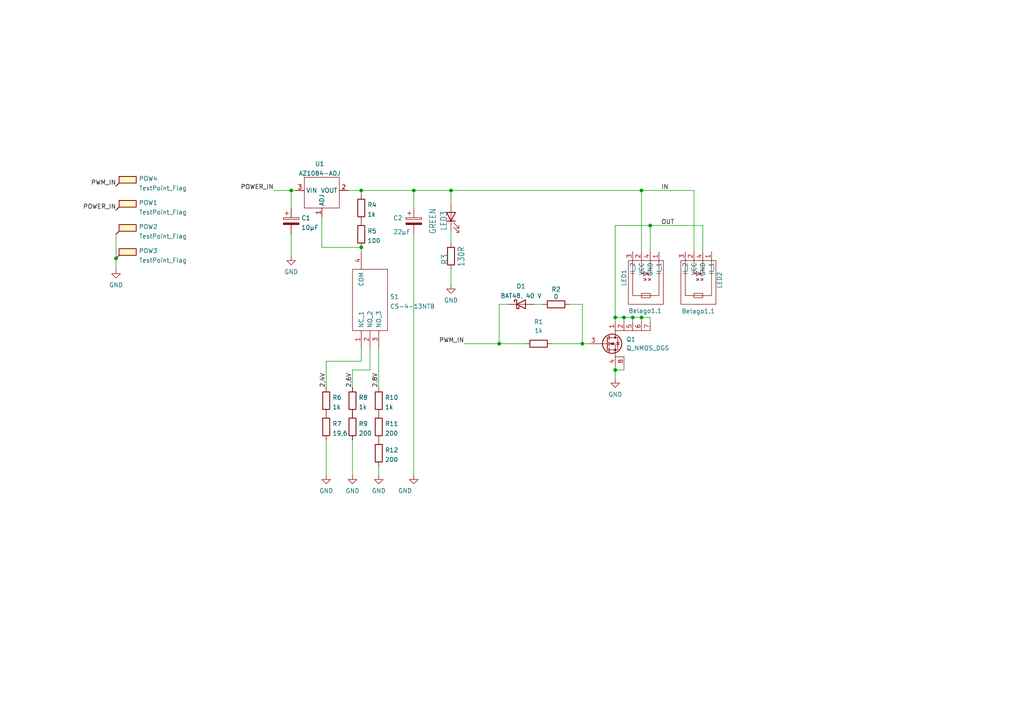
<source format=kicad_sch>
(kicad_sch (version 20210621) (generator eeschema)
  (paper "A4")
  (lib_symbols
    (symbol "AZ1084-ADJ:AZ1084-ADJ"
      (property "Reference" "U?" (at 0 6.985 0))
      (property "Value" "AZ1084-ADJ" (at 0 5.08 0))
      (symbol "AZ1084-ADJ_0_1"
        (polyline (pts (xy -5.08 3.81) (xy -5.08 0)) (stroke (width 0.1524)))
        (polyline (pts (xy -5.08 0) (xy -5.08 -5.08) (xy 5.08 -5.08) (xy 5.08 3.81) (xy -5.08 3.81)) (stroke (width 0.1524)))
      )
      (symbol "AZ1084-ADJ_1_1"
        (pin input line (at 0 -7.62 90) (length 2.54) (name "ADJ") (number "1"))
        (pin output line (at 7.62 0 180) (length 2.54) (name "VOUT") (number "2"))
        (pin input line (at -7.62 0 0) (length 2.54) (name "VIN") (number "3"))
      )
    )
    (symbol "Belago1.1:Belago1.1"
      (property "Reference" "LED?" (at 0 6.985 0))
      (property "Value" "Belago1.1" (at 10.795 0 90))
      (symbol "Belago1.1_0_1"
        (polyline (pts (xy -0.635 0.635) (xy 0.635 0.635)) (stroke (width 0.1524)))
        (polyline (pts (xy 1.905 0) (xy 1.905 -0.635)) (stroke (width 0.1524)))
        (polyline (pts (xy 1.27 -0.635) (xy 1.905 0) (xy 1.27 0)) (stroke (width 0.1524)))
        (polyline (pts (xy -3.81 1.27) (xy 0 1.27) (xy 0 -1.27) (xy -3.81 -1.27)) (stroke (width 0.1524)))
        (polyline (pts (xy 0 0.635) (xy -0.635 -0.635) (xy 0.635 -0.635) (xy 0 0.635)) (stroke (width 0.1524)))
        (polyline (pts (xy 1.27 0.635) (xy 1.905 1.27) (xy 1.27 1.27) (xy 1.905 1.27) (xy 1.905 0.635)) (stroke (width 0.1524)))
        (polyline (pts (xy 5.715 1.27) (xy 6.985 1.27) (xy 6.985 -1.27) (xy 5.715 -1.27) (xy 5.715 1.27)) (stroke (width 0.1524)))
        (polyline (pts (xy -3.81 3.81) (xy 6.35 3.81) (xy 6.35 -3.81) (xy -3.81 -3.81) (xy -3.81 -5.08) (xy 8.89 -5.08) (xy 8.89 5.08) (xy -3.81 5.08) (xy -3.81 -3.81)) (stroke (width 0.1524)))
      )
      (symbol "Belago1.1_1_1"
        (pin passive line (at -6.35 3.81 0) (length 2.54) (name "Il_1") (number "1"))
        (pin passive line (at -6.35 -1.27 0) (length 2.54) (name "VCC") (number "2"))
        (pin passive line (at -6.35 -3.81 0) (length 2.54) (name "Il_2") (number "3"))
        (pin passive line (at -6.35 1.27 0) (length 2.54) (name "GND") (number "4"))
      )
    )
    (symbol "CS-4-13NTB:CS-4-13NTB" (pin_names (offset 0.762))
      (property "Reference" "S" (at 24.13 7.62 0))
      (property "Value" "CS-4-13NTB" (at 24.13 5.08 0))
      (symbol "CS-4-13NTB_0_0"
        (pin passive line (at 0 0 0) (length 5.08) (name "NC_1") (number "1"))
        (pin passive line (at 0 -2.54 0) (length 5.08) (name "NO_2") (number "2"))
        (pin passive line (at 0 -5.08 0) (length 5.08) (name "NO_3") (number "3"))
        (pin passive line (at 27.94 0 180) (length 5.08) (name "COM") (number "4"))
      )
      (symbol "CS-4-13NTB_0_1"
        (polyline (pts (xy 5.08 2.54) (xy 22.86 2.54) (xy 22.86 -7.62) (xy 5.08 -7.62) (xy 5.08 2.54)) (stroke (width 0.1524)))
      )
    )
    (symbol "Connector:TestPoint_Flag" (pin_numbers hide) (pin_names (offset 0.762) hide)
      (property "Reference" "TP" (at 3.429 1.778 0))
      (property "Value" "TestPoint_Flag" (at 3.302 4.191 0))
      (symbol "TestPoint_Flag_0_1"
        (polyline (pts (xy 0 0) (xy 0.889 0.889)) (stroke (width 0.254)))
        (rectangle (start 0.889 2.794) (end 5.842 0.889) (stroke (width 0.254)) (fill (type background)))
      )
      (symbol "TestPoint_Flag_1_1"
        (pin passive line (at 0 0 90) (length 0) (name "1") (number "1"))
      )
    )
    (symbol "Device:C_Polarized" (pin_numbers hide) (pin_names (offset 0.254))
      (property "Reference" "C" (at 0.635 2.54 0))
      (property "Value" "C_Polarized" (at 0.635 -2.54 0))
      (symbol "C_Polarized_0_1"
        (rectangle (start -2.286 0.508) (end 2.286 1.016))
        (polyline (pts (xy -1.778 2.286) (xy -0.762 2.286)))
        (polyline (pts (xy -1.27 2.794) (xy -1.27 1.778)))
        (rectangle (start 2.286 -0.508) (end -2.286 -1.016) (fill (type outline)))
      )
      (symbol "C_Polarized_1_1"
        (pin passive line (at 0 3.81 270) (length 2.794) (name "~") (number "1"))
        (pin passive line (at 0 -3.81 90) (length 2.794) (name "~") (number "2"))
      )
    )
    (symbol "Device:D_Schottky" (pin_numbers hide) (pin_names (offset 1.016) hide)
      (property "Reference" "D" (at 0 2.54 0))
      (property "Value" "D_Schottky" (at 0 -2.54 0))
      (symbol "D_Schottky_0_1"
        (polyline (pts (xy 1.27 0) (xy -1.27 0)))
        (polyline (pts (xy 1.27 1.27) (xy 1.27 -1.27) (xy -1.27 0) (xy 1.27 1.27)) (stroke (width 0.254)))
        (polyline (pts (xy -1.905 0.635) (xy -1.905 1.27) (xy -1.27 1.27) (xy -1.27 -1.27) (xy -0.635 -1.27) (xy -0.635 -0.635)) (stroke (width 0.254)))
      )
      (symbol "D_Schottky_1_1"
        (pin passive line (at -3.81 0 0) (length 2.54) (name "K") (number "1"))
        (pin passive line (at 3.81 0 180) (length 2.54) (name "A") (number "2"))
      )
    )
    (symbol "Device:LED" (pin_numbers hide) (pin_names (offset 1.016) hide)
      (property "Reference" "D" (at 0 2.54 0))
      (property "Value" "LED" (at 0 -2.54 0))
      (symbol "LED_0_1"
        (polyline (pts (xy -1.27 -1.27) (xy -1.27 1.27)) (stroke (width 0.254)))
        (polyline (pts (xy -1.27 0) (xy 1.27 0)))
        (polyline (pts (xy 1.27 -1.27) (xy 1.27 1.27) (xy -1.27 0) (xy 1.27 -1.27)) (stroke (width 0.254)))
        (polyline (pts (xy -3.048 -0.762) (xy -4.572 -2.286) (xy -3.81 -2.286) (xy -4.572 -2.286) (xy -4.572 -1.524)))
        (polyline (pts (xy -1.778 -0.762) (xy -3.302 -2.286) (xy -2.54 -2.286) (xy -3.302 -2.286) (xy -3.302 -1.524)))
      )
      (symbol "LED_1_1"
        (pin passive line (at -3.81 0 0) (length 2.54) (name "K") (number "1"))
        (pin passive line (at 3.81 0 180) (length 2.54) (name "A") (number "2"))
      )
    )
    (symbol "Device:R" (pin_numbers hide) (pin_names (offset 0))
      (property "Reference" "R" (at 2.032 0 90))
      (property "Value" "R" (at 0 0 90))
      (symbol "R_0_1"
        (rectangle (start -1.016 -2.54) (end 1.016 2.54) (stroke (width 0.254)))
      )
      (symbol "R_1_1"
        (pin passive line (at 0 3.81 270) (length 1.27) (name "~") (number "1"))
        (pin passive line (at 0 -3.81 90) (length 1.27) (name "~") (number "2"))
      )
    )
    (symbol "IRL100HS121:DMT10H072LFDF" (pin_names (offset 0) hide)
      (property "Reference" "Q" (at 5.08 1.27 0))
      (property "Value" "DMT10H072LFDF" (at 5.08 -1.27 0))
      (symbol "DMT10H072LFDF_0_1"
        (polyline (pts (xy 0.254 0) (xy -2.54 0)))
        (polyline (pts (xy 0.254 1.905) (xy 0.254 -1.905)) (stroke (width 0.254)))
        (polyline (pts (xy 0.762 -1.27) (xy 0.762 -2.286)) (stroke (width 0.254)))
        (polyline (pts (xy 0.762 0.508) (xy 0.762 -0.508)) (stroke (width 0.254)))
        (polyline (pts (xy 0.762 2.286) (xy 0.762 1.27)) (stroke (width 0.254)))
        (polyline (pts (xy 2.54 2.54) (xy 2.54 1.778)))
        (polyline (pts (xy 2.54 -2.54) (xy 2.54 -3.81) (xy 5.08 -3.81)) (stroke (width 0.1524)))
        (polyline (pts (xy 2.54 -2.54) (xy 2.54 0) (xy 0.762 0)))
        (polyline (pts (xy 2.54 2.54) (xy 2.54 3.81) (xy 12.7 3.81)) (stroke (width 0.1524)))
        (polyline (pts (xy 0.762 -1.778) (xy 3.302 -1.778) (xy 3.302 1.778) (xy 0.762 1.778)))
        (polyline (pts (xy 1.016 0) (xy 2.032 0.381) (xy 2.032 -0.381) (xy 1.016 0)) (fill (type outline)))
        (polyline (pts (xy 2.794 0.508) (xy 2.921 0.381) (xy 3.683 0.381) (xy 3.81 0.254)))
        (polyline (pts (xy 3.302 0.381) (xy 2.921 -0.254) (xy 3.683 -0.254) (xy 3.302 0.381)))
        (circle (center 1.651 0) (radius 2.794) (stroke (width 0.254)) (stroke (width 0.254)))
        (circle (center 2.54 -1.778) (radius 0.254) (fill (type outline)))
        (circle (center 2.54 1.778) (radius 0.254) (fill (type outline)))
      )
      (symbol "DMT10H072LFDF_1_1"
        (pin passive line (at 2.54 6.35 270) (length 2.54) (name "D") (number "1"))
        (pin passive line (at 5.08 6.35 270) (length 2.54) (name "D") (number "2"))
        (pin input line (at -5.08 0 0) (length 2.54) (name "G") (number "3"))
        (pin passive line (at 2.54 -6.35 90) (length 2.54) (name "S") (number "4"))
        (pin passive line (at 7.62 6.35 270) (length 2.54) (name "D") (number "5"))
        (pin passive line (at 10.16 6.35 270) (length 2.54) (name "D") (number "6"))
        (pin passive line (at 12.7 6.35 270) (length 2.54) (name "D") (number "7"))
        (pin passive line (at 5.08 -6.35 90) (length 2.54) (name "S") (number "8"))
      )
    )
    (symbol "power:GND" (power) (pin_names (offset 0))
      (property "Value" "GND" (at 0 -3.81 0))
      (symbol "GND_0_1"
        (polyline (pts (xy 0 0) (xy 0 -1.27) (xy 1.27 -1.27) (xy 0 -2.54) (xy -1.27 -1.27) (xy 0 -1.27)))
      )
      (symbol "GND_1_1"
        (pin power_in line (at 0 0 270) (length 0) hide (name "GND") (number "1"))
      )
    )
  )
  (junction (at 33.655 74.93))
  (junction (at 84.455 55.245))
  (junction (at 104.775 55.245))
  (junction (at 104.775 71.755))
  (junction (at 120.015 55.245))
  (junction (at 130.81 55.245))
  (junction (at 144.78 99.695))
  (junction (at 168.91 99.695))
  (junction (at 178.435 92.075))
  (junction (at 178.435 107.315))
  (junction (at 180.975 92.075))
  (junction (at 183.515 92.075))
  (junction (at 186.055 55.245))
  (junction (at 186.055 92.075))
  (junction (at 188.595 65.405))
  (wire (pts (xy 33.655 67.945) (xy 33.655 74.93)))
  (wire (pts (xy 33.655 74.93) (xy 33.655 78.105)))
  (wire (pts (xy 79.375 55.245) (xy 84.455 55.245)))
  (wire (pts (xy 84.455 55.245) (xy 84.455 60.325)))
  (wire (pts (xy 84.455 55.245) (xy 85.725 55.245)))
  (wire (pts (xy 84.455 67.945) (xy 84.455 74.295)))
  (wire (pts (xy 93.345 62.865) (xy 93.345 71.755)))
  (wire (pts (xy 93.345 71.755) (xy 104.775 71.755)))
  (wire (pts (xy 94.615 104.775) (xy 94.615 112.395)))
  (wire (pts (xy 94.615 127.635) (xy 94.615 137.795)))
  (wire (pts (xy 100.965 55.245) (xy 104.775 55.245)))
  (wire (pts (xy 102.235 107.315) (xy 102.235 112.395)))
  (wire (pts (xy 102.235 127.635) (xy 102.235 137.795)))
  (wire (pts (xy 104.775 55.245) (xy 104.775 56.515)))
  (wire (pts (xy 104.775 55.245) (xy 120.015 55.245)))
  (wire (pts (xy 104.775 71.755) (xy 104.775 73.025)))
  (wire (pts (xy 104.775 100.965) (xy 104.775 104.775)))
  (wire (pts (xy 104.775 104.775) (xy 94.615 104.775)))
  (wire (pts (xy 107.315 100.965) (xy 107.315 107.315)))
  (wire (pts (xy 107.315 107.315) (xy 102.235 107.315)))
  (wire (pts (xy 109.855 100.965) (xy 109.855 112.395)))
  (wire (pts (xy 109.855 135.255) (xy 109.855 137.795)))
  (wire (pts (xy 120.015 55.245) (xy 120.015 60.325)))
  (wire (pts (xy 120.015 55.245) (xy 130.81 55.245)))
  (wire (pts (xy 120.015 67.945) (xy 120.015 137.795)))
  (wire (pts (xy 130.81 55.245) (xy 130.81 59.055)))
  (wire (pts (xy 130.81 55.245) (xy 186.055 55.245)))
  (wire (pts (xy 130.81 66.675) (xy 130.81 70.485)))
  (wire (pts (xy 130.81 78.105) (xy 130.81 82.55)))
  (wire (pts (xy 144.78 88.265) (xy 144.78 99.695)))
  (wire (pts (xy 144.78 99.695) (xy 134.62 99.695)))
  (wire (pts (xy 147.32 88.265) (xy 144.78 88.265)))
  (wire (pts (xy 152.4 99.695) (xy 144.78 99.695)))
  (wire (pts (xy 154.94 88.265) (xy 157.48 88.265)))
  (wire (pts (xy 160.02 99.695) (xy 168.91 99.695)))
  (wire (pts (xy 165.1 88.265) (xy 168.91 88.265)))
  (wire (pts (xy 168.91 88.265) (xy 168.91 99.695)))
  (wire (pts (xy 168.91 99.695) (xy 170.815 99.695)))
  (wire (pts (xy 178.435 65.405) (xy 178.435 92.075)))
  (wire (pts (xy 178.435 65.405) (xy 188.595 65.405)))
  (wire (pts (xy 178.435 92.075) (xy 178.435 93.345)))
  (wire (pts (xy 178.435 106.045) (xy 178.435 107.315)))
  (wire (pts (xy 178.435 107.315) (xy 178.435 109.855)))
  (wire (pts (xy 180.975 92.075) (xy 178.435 92.075)))
  (wire (pts (xy 180.975 93.345) (xy 180.975 92.075)))
  (wire (pts (xy 180.975 106.045) (xy 180.975 107.315)))
  (wire (pts (xy 180.975 107.315) (xy 178.435 107.315)))
  (wire (pts (xy 183.515 92.075) (xy 180.975 92.075)))
  (wire (pts (xy 183.515 93.345) (xy 183.515 92.075)))
  (wire (pts (xy 186.055 55.245) (xy 186.055 73.025)))
  (wire (pts (xy 186.055 55.245) (xy 201.295 55.245)))
  (wire (pts (xy 186.055 92.075) (xy 183.515 92.075)))
  (wire (pts (xy 186.055 93.345) (xy 186.055 92.075)))
  (wire (pts (xy 188.595 65.405) (xy 203.835 65.405)))
  (wire (pts (xy 188.595 73.025) (xy 188.595 65.405)))
  (wire (pts (xy 188.595 92.075) (xy 186.055 92.075)))
  (wire (pts (xy 188.595 93.345) (xy 188.595 92.075)))
  (wire (pts (xy 201.295 55.245) (xy 201.295 73.025)))
  (wire (pts (xy 203.835 65.405) (xy 203.835 73.025)))
  (label "PWM_IN" (at 33.655 53.975 180))
  (label "POWER_IN" (at 33.655 60.96 180))
  (label "POWER_IN" (at 79.375 55.245 180))
  (label "2,4V" (at 94.615 112.395 90))
  (label "2,6V" (at 102.235 112.395 90))
  (label "2,8V" (at 109.855 112.395 90))
  (label "PWM_IN" (at 134.62 99.695 180))
  (label "IN" (at 191.77 55.245 0))
  (label "OUT" (at 191.77 65.405 0))
  (symbol (lib_id "power:GND") (at 33.655 78.105 0) (unit 1)
    (property "Reference" "#PWR0112" (effects hide))
    (property "Value" "GND" (at 33.655 82.6676 0))
  )
  (symbol (lib_id "power:GND") (at 84.455 74.295 0) (unit 1)
    (property "Reference" "#PWR0101" (effects hide))
    (property "Value" "GND" (at 84.455 78.8576 0))
  )
  (symbol (lib_id "power:GND") (at 94.615 137.795 0) (unit 1)
    (property "Reference" "#PWR0107" (effects hide))
    (property "Value" "GND" (at 94.615 142.3576 0))
  )
  (symbol (lib_id "power:GND") (at 102.235 137.795 0) (unit 1)
    (property "Reference" "#PWR0106" (effects hide))
    (property "Value" "GND" (at 102.235 142.3576 0))
  )
  (symbol (lib_id "power:GND") (at 109.855 137.795 0) (unit 1)
    (property "Reference" "#PWR0108" (effects hide))
    (property "Value" "GND" (at 109.855 142.3576 0))
  )
  (symbol (lib_id "power:GND") (at 120.015 137.795 0) (unit 1)
    (property "Reference" "#PWR0109" (effects hide))
    (property "Value" "GND" (at 117.475 142.3576 0))
  )
  (symbol (lib_id "power:GND") (at 130.81 82.55 0) (unit 1)
    (property "Reference" "#PWR01" (effects hide))
    (property "Value" "GND" (at 130.81 87.1126 0))
  )
  (symbol (lib_id "power:GND") (at 178.435 109.855 0) (unit 1)
    (property "Reference" "#PWR0110" (effects hide))
    (property "Value" "GND" (at 178.435 114.4176 0))
  )
  (symbol (lib_id "Device:R") (at 94.615 116.205 0) (unit 1)
    (property "Reference" "R6" (at 96.3931 115.2965 0) (effects (justify left)))
    (property "Value" "1k" (at 96.3931 118.0716 0) (effects (justify left)))
    (property "Footprint" "Resistor_SMD:R_0603_1608Metric_Pad0.98x0.95mm_HandSolder" (effects hide))
  )
  (symbol (lib_id "Device:R") (at 94.615 123.825 0) (unit 1)
    (property "Reference" "R7" (at 96.3931 122.9165 0) (effects (justify left)))
    (property "Value" "19,6" (at 96.3931 125.6916 0) (effects (justify left)))
    (property "Footprint" "Resistor_SMD:R_0603_1608Metric_Pad0.98x0.95mm_HandSolder" (effects hide))
  )
  (symbol (lib_id "Device:R") (at 102.235 116.205 0) (unit 1)
    (property "Reference" "R8" (at 104.0131 115.2965 0) (effects (justify left)))
    (property "Value" "1k" (at 104.0131 118.0716 0) (effects (justify left)))
    (property "Footprint" "Resistor_SMD:R_0603_1608Metric_Pad0.98x0.95mm_HandSolder" (effects hide))
  )
  (symbol (lib_id "Device:R") (at 102.235 123.825 0) (unit 1)
    (property "Reference" "R9" (at 104.0131 122.9165 0) (effects (justify left)))
    (property "Value" "200" (at 104.0131 125.6916 0) (effects (justify left)))
    (property "Footprint" "Resistor_SMD:R_0603_1608Metric_Pad0.98x0.95mm_HandSolder" (effects hide))
  )
  (symbol (lib_id "Device:R") (at 104.775 60.325 0) (unit 1)
    (property "Reference" "R4" (at 106.5531 59.4165 0) (effects (justify left)))
    (property "Value" "1k" (at 106.5531 62.1916 0) (effects (justify left)))
    (property "Footprint" "Resistor_SMD:R_0603_1608Metric_Pad0.98x0.95mm_HandSolder" (effects hide))
  )
  (symbol (lib_id "Device:R") (at 104.775 67.945 0) (unit 1)
    (property "Reference" "R5" (at 106.5531 67.0365 0) (effects (justify left)))
    (property "Value" "100" (at 106.5531 69.8116 0) (effects (justify left)))
    (property "Footprint" "Resistor_SMD:R_0603_1608Metric_Pad0.98x0.95mm_HandSolder" (effects hide))
  )
  (symbol (lib_id "Device:R") (at 109.855 116.205 0) (unit 1)
    (property "Reference" "R10" (at 111.6331 115.2965 0) (effects (justify left)))
    (property "Value" "1k" (at 111.6331 118.0716 0) (effects (justify left)))
    (property "Footprint" "Resistor_SMD:R_0603_1608Metric_Pad0.98x0.95mm_HandSolder" (effects hide))
  )
  (symbol (lib_id "Device:R") (at 109.855 123.825 0) (unit 1)
    (property "Reference" "R11" (at 111.6331 122.9165 0) (effects (justify left)))
    (property "Value" "200" (at 111.6331 125.6916 0) (effects (justify left)))
    (property "Footprint" "Resistor_SMD:R_0603_1608Metric_Pad0.98x0.95mm_HandSolder" (effects hide))
  )
  (symbol (lib_id "Device:R") (at 109.855 131.445 0) (unit 1)
    (property "Reference" "R12" (at 111.6331 130.5365 0) (effects (justify left)))
    (property "Value" "200" (at 111.6331 133.3116 0) (effects (justify left)))
    (property "Footprint" "Resistor_SMD:R_0603_1608Metric_Pad0.98x0.95mm_HandSolder" (effects hide))
  )
  (symbol (lib_id "Device:R") (at 130.81 74.295 0) (unit 1)
    (property "Reference" "R3" (at 129.9464 76.835 90) (effects (font (size 1.778 1.5113)) (justify left bottom)))
    (property "Value" "130R" (at 134.747 77.47 90) (effects (font (size 1.778 1.5113)) (justify left bottom)))
    (property "Footprint" "Resistor_SMD:R_0603_1608Metric_Pad0.98x0.95mm_HandSolder" (effects hide))
  )
  (symbol (lib_id "Device:R") (at 156.21 99.695 90) (unit 1)
    (property "Reference" "R1" (at 156.21 93.345 90))
    (property "Value" "1k" (at 156.21 95.885 90))
    (property "Footprint" "Resistor_SMD:R_0603_1608Metric_Pad0.98x0.95mm_HandSolder" (effects hide))
  )
  (symbol (lib_id "Device:R") (at 161.29 88.265 90) (unit 1)
    (property "Reference" "R2" (at 161.29 83.9174 90))
    (property "Value" "0" (at 161.29 86.0575 90))
    (property "Footprint" "Resistor_SMD:R_0603_1608Metric_Pad0.98x0.95mm_HandSolder" (effects hide))
  )
  (symbol (lib_id "Connector:TestPoint_Flag") (at 33.655 53.975 0) (unit 1)
    (property "Reference" "POW4" (at 40.2591 51.7965 0) (effects (justify left)))
    (property "Value" "TestPoint_Flag" (at 40.2591 54.5716 0) (effects (justify left)))
    (property "Footprint" "footprints:TestPoint_Pad_4.0x4.0mm" (effects hide))
  )
  (symbol (lib_id "Connector:TestPoint_Flag") (at 33.655 60.96 0) (unit 1)
    (property "Reference" "POW1" (at 40.2591 58.7815 0) (effects (justify left)))
    (property "Value" "TestPoint_Flag" (at 40.2591 61.5566 0) (effects (justify left)))
    (property "Footprint" "footprints:TestPoint_Pad_4.0x4.0mm" (effects hide))
  )
  (symbol (lib_id "Connector:TestPoint_Flag") (at 33.655 67.945 0) (unit 1)
    (property "Reference" "POW2" (at 40.2591 65.7665 0) (effects (justify left)))
    (property "Value" "TestPoint_Flag" (at 40.2591 68.5416 0) (effects (justify left)))
    (property "Footprint" "footprints:TestPoint_Pad_4.0x4.0mm" (effects hide))
  )
  (symbol (lib_id "Connector:TestPoint_Flag") (at 33.655 74.93 0) (unit 1)
    (property "Reference" "POW3" (at 40.2591 72.7515 0) (effects (justify left)))
    (property "Value" "TestPoint_Flag" (at 40.2591 75.5266 0) (effects (justify left)))
    (property "Footprint" "footprints:TestPoint_Pad_4.0x4.0mm" (effects hide))
  )
  (symbol (lib_id "Device:D_Schottky") (at 151.13 88.265 0) (unit 1)
    (property "Reference" "D1" (at 151.13 83.0284 0))
    (property "Value" "BAT48, 40 V" (at 151.13 85.8035 0))
    (property "Footprint" "Diode_SMD:D_0603_1608Metric_Pad1.05x0.95mm_HandSolder" (effects hide))
  )
  (symbol (lib_id "Device:LED") (at 130.81 62.865 90) (unit 1)
    (property "Reference" "LED3" (at 129.667 66.929 0) (effects (font (size 1.778 1.5113)) (justify left bottom)))
    (property "Value" "GREEN" (at 126.492 67.945 0) (effects (font (size 1.778 1.5113)) (justify left bottom)))
    (property "Footprint" "Diode_SMD:D_0603_1608Metric_Pad1.05x0.95mm_HandSolder" (effects hide))
  )
  (symbol (lib_id "Device:C_Polarized") (at 84.455 64.135 0) (unit 1)
    (property "Reference" "C1" (at 87.3761 63.2265 0) (effects (justify left)))
    (property "Value" "10µF" (at 87.3761 66.0016 0) (effects (justify left)))
    (property "Footprint" "Capacitor_SMD:CP_Elec_3x5.4" (effects hide))
  )
  (symbol (lib_id "Device:C_Polarized") (at 120.015 64.135 0) (unit 1)
    (property "Reference" "C2" (at 114.0461 63.2265 0) (effects (justify left)))
    (property "Value" "22µF" (at 114.0461 67.2716 0) (effects (justify left)))
    (property "Footprint" "Capacitor_SMD:CP_Elec_3x5.4" (effects hide))
  )
  (symbol (lib_id "Belago1.1:Belago1.1") (at 187.325 79.375 270) (unit 1)
    (property "Reference" "LED1" (at 180.975 78.105 0) (effects (justify left)))
    (property "Value" "Belago1.1" (at 182.245 90.17 90) (effects (justify left)))
    (property "Footprint" "Belago1.1:Belago1.1" (effects hide))
  )
  (symbol (lib_id "Belago1.1:Belago1.1") (at 202.565 79.375 270) (unit 1)
    (property "Reference" "LED2" (at 208.7059 78.8163 0) (effects (justify left)))
    (property "Value" "Belago1.1" (at 197.6758 90.2463 90) (effects (justify left)))
    (property "Footprint" "Belago1.1:Belago1.1" (effects hide))
  )
  (symbol (lib_id "AZ1084-ADJ:AZ1084-ADJ") (at 93.345 55.245 0) (unit 1)
    (property "Reference" "U1" (at 92.71 47.5192 0))
    (property "Value" "AZ1084-ADJ" (at 92.71 50.2943 0))
    (property "Footprint" "Package_TO_SOT_SMD:TO-252-3_TabPin2" (effects hide))
  )
  (symbol (lib_id "IRL100HS121:DMT10H072LFDF") (at 175.895 99.695 0) (unit 1)
    (property "Reference" "Q1" (at 181.61 98.4249 0) (effects (justify left)))
    (property "Value" "Q_NMOS_DGS" (at 181.61 100.9649 0) (effects (justify left)))
    (property "Footprint" "IRL100HS121:PQFN 2mm x 2mm" (effects hide))
  )
  (symbol (lib_id "CS-4-13NTB:CS-4-13NTB") (at 104.775 100.965 90) (unit 1)
    (property "Reference" "S1" (at 113.1063 86.0865 90) (effects (justify right)))
    (property "Value" "CS-4-13NTB" (at 113.1063 88.8616 90) (effects (justify right)))
    (property "Footprint" "CS-4-13NTB:CS413NTB" (effects hide))
    (property "Datasheet" "https://www.nidec-copal-electronics.com/e/catalog/switch/cs-4.pdf" (effects hide))
    (property "Description" "NIDEC COPAL ELECTRONICS - CS-4-13NTB - Rotary Switch, SMD, 3 Position, 1 Pole, 45 , 100 mA, 16 V, CS-4 Series" (effects hide))
    (property "Height" "2.3" (effects hide))
    (property "Manufacturer_Name" "Copal Electronics" (effects hide))
    (property "Manufacturer_Part_Number" "CS-4-13NTB" (effects hide))
  )
)
</source>
